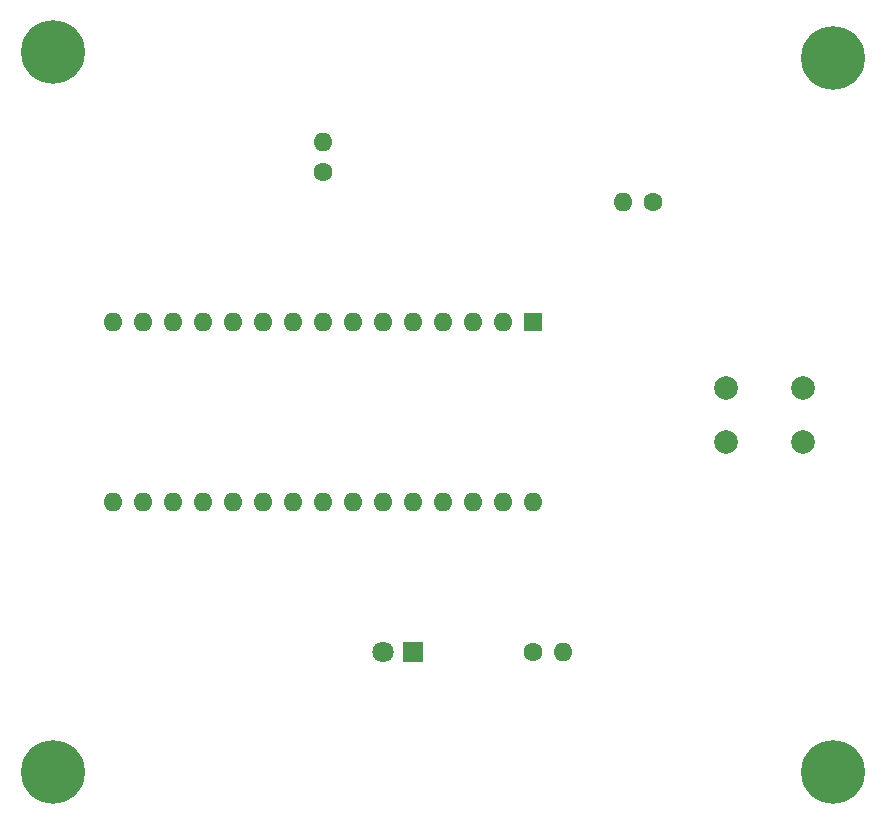
<source format=gbr>
%TF.GenerationSoftware,KiCad,Pcbnew,(6.0.4)*%
%TF.CreationDate,2025-03-27T00:11:59-07:00*%
%TF.ProjectId,led-goals,6c65642d-676f-4616-9c73-2e6b69636164,rev?*%
%TF.SameCoordinates,Original*%
%TF.FileFunction,Soldermask,Bot*%
%TF.FilePolarity,Negative*%
%FSLAX46Y46*%
G04 Gerber Fmt 4.6, Leading zero omitted, Abs format (unit mm)*
G04 Created by KiCad (PCBNEW (6.0.4)) date 2025-03-27 00:11:59*
%MOMM*%
%LPD*%
G01*
G04 APERTURE LIST*
%ADD10C,0.800000*%
%ADD11C,5.400000*%
%ADD12C,2.000000*%
%ADD13C,1.600000*%
%ADD14O,1.600000X1.600000*%
%ADD15R,1.600000X1.600000*%
%ADD16R,1.800000X1.800000*%
%ADD17C,1.800000*%
G04 APERTURE END LIST*
D10*
%TO.C,H4*%
X60445000Y-111760000D03*
X58420000Y-113785000D03*
X59851891Y-113191891D03*
D11*
X58420000Y-111760000D03*
D10*
X58420000Y-109735000D03*
X56988109Y-113191891D03*
X59851891Y-110328109D03*
X56395000Y-111760000D03*
X56988109Y-110328109D03*
%TD*%
%TO.C,H3*%
X126485000Y-51315000D03*
X124460000Y-53340000D03*
X125891891Y-52746891D03*
D11*
X124460000Y-51315000D03*
D10*
X124460000Y-49290000D03*
X123028109Y-52746891D03*
X125891891Y-49883109D03*
X122435000Y-51315000D03*
X123028109Y-49883109D03*
%TD*%
%TO.C,H2*%
X60445000Y-50800000D03*
X58420000Y-52825000D03*
X59851891Y-52231891D03*
D11*
X58420000Y-50800000D03*
D10*
X58420000Y-48775000D03*
X56988109Y-52231891D03*
X59851891Y-49368109D03*
X56395000Y-50800000D03*
X56988109Y-49368109D03*
%TD*%
%TO.C,H1*%
X126485000Y-111760000D03*
X124460000Y-113785000D03*
X125891891Y-113191891D03*
D11*
X124460000Y-111760000D03*
D10*
X124460000Y-109735000D03*
X123028109Y-113191891D03*
X125891891Y-110328109D03*
X122435000Y-111760000D03*
X123028109Y-110328109D03*
%TD*%
D12*
%TO.C,SW1*%
X115420000Y-83820000D03*
X121920000Y-83820000D03*
X121920000Y-79320000D03*
X115420000Y-79320000D03*
%TD*%
D13*
%TO.C,R1*%
X81280000Y-60960000D03*
D14*
X81280000Y-58420000D03*
%TD*%
D13*
%TO.C,R3*%
X109220000Y-63500000D03*
D14*
X106680000Y-63500000D03*
%TD*%
D15*
%TO.C,A1*%
X99060000Y-73660000D03*
D14*
X96520000Y-73660000D03*
X93980000Y-73660000D03*
X91440000Y-73660000D03*
X88900000Y-73660000D03*
X86360000Y-73660000D03*
X83820000Y-73660000D03*
X81280000Y-73660000D03*
X78740000Y-73660000D03*
X76200000Y-73660000D03*
X73660000Y-73660000D03*
X71120000Y-73660000D03*
X68580000Y-73660000D03*
X66040000Y-73660000D03*
X63500000Y-73660000D03*
X63500000Y-88900000D03*
X66040000Y-88900000D03*
X68580000Y-88900000D03*
X71120000Y-88900000D03*
X73660000Y-88900000D03*
X76200000Y-88900000D03*
X78740000Y-88900000D03*
X81280000Y-88900000D03*
X83820000Y-88900000D03*
X86360000Y-88900000D03*
X88900000Y-88900000D03*
X91440000Y-88900000D03*
X93980000Y-88900000D03*
X96520000Y-88900000D03*
X99060000Y-88900000D03*
%TD*%
D16*
%TO.C,D1*%
X88900000Y-101600000D03*
D17*
X86360000Y-101600000D03*
%TD*%
D13*
%TO.C,R2*%
X99060000Y-101600000D03*
D14*
X101600000Y-101600000D03*
%TD*%
M02*

</source>
